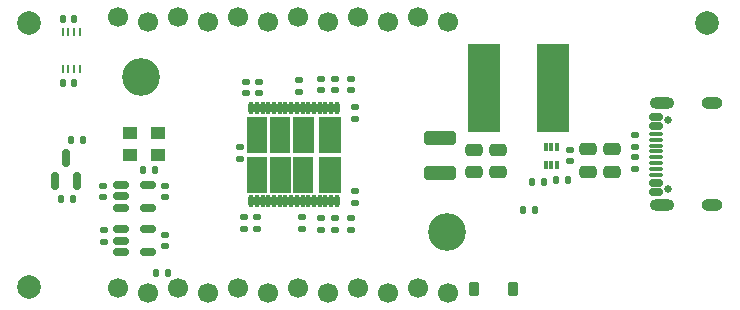
<source format=gts>
G04 #@! TF.GenerationSoftware,KiCad,Pcbnew,8.0.1-8.0.1-1~ubuntu22.04.1*
G04 #@! TF.CreationDate,2024-09-16T09:20:12+02:00*
G04 #@! TF.ProjectId,NerdNOS,4e657264-4e4f-4532-9e6b-696361645f70,rev?*
G04 #@! TF.SameCoordinates,Original*
G04 #@! TF.FileFunction,Soldermask,Top*
G04 #@! TF.FilePolarity,Negative*
%FSLAX46Y46*%
G04 Gerber Fmt 4.6, Leading zero omitted, Abs format (unit mm)*
G04 Created by KiCad (PCBNEW 8.0.1-8.0.1-1~ubuntu22.04.1) date 2024-09-16 09:20:12*
%MOMM*%
%LPD*%
G01*
G04 APERTURE LIST*
G04 Aperture macros list*
%AMRoundRect*
0 Rectangle with rounded corners*
0 $1 Rounding radius*
0 $2 $3 $4 $5 $6 $7 $8 $9 X,Y pos of 4 corners*
0 Add a 4 corners polygon primitive as box body*
4,1,4,$2,$3,$4,$5,$6,$7,$8,$9,$2,$3,0*
0 Add four circle primitives for the rounded corners*
1,1,$1+$1,$2,$3*
1,1,$1+$1,$4,$5*
1,1,$1+$1,$6,$7*
1,1,$1+$1,$8,$9*
0 Add four rect primitives between the rounded corners*
20,1,$1+$1,$2,$3,$4,$5,0*
20,1,$1+$1,$4,$5,$6,$7,0*
20,1,$1+$1,$6,$7,$8,$9,0*
20,1,$1+$1,$8,$9,$2,$3,0*%
G04 Aperture macros list end*
%ADD10C,0.010000*%
%ADD11RoundRect,0.150000X-0.512500X-0.150000X0.512500X-0.150000X0.512500X0.150000X-0.512500X0.150000X0*%
%ADD12RoundRect,0.135000X0.185000X-0.135000X0.185000X0.135000X-0.185000X0.135000X-0.185000X-0.135000X0*%
%ADD13R,2.700000X7.500000*%
%ADD14RoundRect,0.140000X0.170000X-0.140000X0.170000X0.140000X-0.170000X0.140000X-0.170000X-0.140000X0*%
%ADD15RoundRect,0.140000X-0.170000X0.140000X-0.170000X-0.140000X0.170000X-0.140000X0.170000X0.140000X0*%
%ADD16RoundRect,0.250000X-0.475000X0.250000X-0.475000X-0.250000X0.475000X-0.250000X0.475000X0.250000X0*%
%ADD17RoundRect,0.140000X0.140000X0.170000X-0.140000X0.170000X-0.140000X-0.170000X0.140000X-0.170000X0*%
%ADD18RoundRect,0.150000X0.150000X-0.587500X0.150000X0.587500X-0.150000X0.587500X-0.150000X-0.587500X0*%
%ADD19RoundRect,0.135000X-0.185000X0.135000X-0.185000X-0.135000X0.185000X-0.135000X0.185000X0.135000X0*%
%ADD20C,0.650000*%
%ADD21RoundRect,0.150000X0.425000X-0.150000X0.425000X0.150000X-0.425000X0.150000X-0.425000X-0.150000X0*%
%ADD22RoundRect,0.075000X0.500000X-0.075000X0.500000X0.075000X-0.500000X0.075000X-0.500000X-0.075000X0*%
%ADD23O,2.100000X1.000000*%
%ADD24O,1.800000X1.000000*%
%ADD25RoundRect,0.135000X0.135000X0.185000X-0.135000X0.185000X-0.135000X-0.185000X0.135000X-0.185000X0*%
%ADD26R,1.300000X1.100000*%
%ADD27RoundRect,0.250000X-1.100000X0.325000X-1.100000X-0.325000X1.100000X-0.325000X1.100000X0.325000X0*%
%ADD28C,2.000000*%
%ADD29RoundRect,0.225000X-0.225000X-0.375000X0.225000X-0.375000X0.225000X0.375000X-0.225000X0.375000X0*%
%ADD30RoundRect,0.135000X-0.135000X-0.185000X0.135000X-0.185000X0.135000X0.185000X-0.135000X0.185000X0*%
%ADD31RoundRect,0.236600X-0.000010X0.295000X-0.000010X-0.295000X0.000010X-0.295000X0.000010X0.295000X0*%
%ADD32R,0.254000X0.762000*%
%ADD33C,3.200000*%
%ADD34RoundRect,0.075000X-0.075000X0.275000X-0.075000X-0.275000X0.075000X-0.275000X0.075000X0.275000X0*%
%ADD35C,1.700000*%
G04 APERTURE END LIST*
D10*
X101955000Y-66400000D02*
X100325000Y-66400000D01*
X100325000Y-69340000D01*
X101955000Y-69340000D01*
X101955000Y-66400000D01*
G36*
X101955000Y-66400000D02*
G01*
X100325000Y-66400000D01*
X100325000Y-69340000D01*
X101955000Y-69340000D01*
X101955000Y-66400000D01*
G37*
X101965000Y-63060000D02*
X100335000Y-63060000D01*
X100335000Y-66000000D01*
X101965000Y-66000000D01*
X101965000Y-63060000D01*
G36*
X101965000Y-63060000D02*
G01*
X100335000Y-63060000D01*
X100335000Y-66000000D01*
X101965000Y-66000000D01*
X101965000Y-63060000D01*
G37*
X103915000Y-63060000D02*
X102285000Y-63060000D01*
X102285000Y-66000000D01*
X103915000Y-66000000D01*
X103915000Y-63060000D01*
G36*
X103915000Y-63060000D02*
G01*
X102285000Y-63060000D01*
X102285000Y-66000000D01*
X103915000Y-66000000D01*
X103915000Y-63060000D01*
G37*
X103925000Y-66410000D02*
X102295000Y-66410000D01*
X102295000Y-69350000D01*
X103925000Y-69350000D01*
X103925000Y-66410000D01*
G36*
X103925000Y-66410000D02*
G01*
X102295000Y-66410000D01*
X102295000Y-69350000D01*
X103925000Y-69350000D01*
X103925000Y-66410000D01*
G37*
X105865000Y-66400000D02*
X104235000Y-66400000D01*
X104235000Y-69340000D01*
X105865000Y-69340000D01*
X105865000Y-66400000D01*
G36*
X105865000Y-66400000D02*
G01*
X104235000Y-66400000D01*
X104235000Y-69340000D01*
X105865000Y-69340000D01*
X105865000Y-66400000D01*
G37*
X105870000Y-63060000D02*
X104240000Y-63060000D01*
X104240000Y-66000000D01*
X105870000Y-66000000D01*
X105870000Y-63060000D01*
G36*
X105870000Y-63060000D02*
G01*
X104240000Y-63060000D01*
X104240000Y-66000000D01*
X105870000Y-66000000D01*
X105870000Y-63060000D01*
G37*
X108220000Y-63050000D02*
X106380000Y-63050000D01*
X106380000Y-65990000D01*
X108220000Y-65990000D01*
X108220000Y-63050000D01*
G36*
X108220000Y-63050000D02*
G01*
X106380000Y-63050000D01*
X106380000Y-65990000D01*
X108220000Y-65990000D01*
X108220000Y-63050000D01*
G37*
X108220000Y-66410000D02*
X106380000Y-66410000D01*
X106380000Y-69350000D01*
X108220000Y-69350000D01*
X108220000Y-66410000D01*
G36*
X108220000Y-66410000D02*
G01*
X106380000Y-66410000D01*
X106380000Y-69350000D01*
X108220000Y-69350000D01*
X108220000Y-66410000D01*
G37*
D11*
X89662500Y-72550001D03*
X89662500Y-73500000D03*
X89662500Y-74449999D03*
X91937500Y-74449999D03*
X91937500Y-72550001D03*
D12*
X133165000Y-65550000D03*
X133165000Y-64530000D03*
D13*
X126200000Y-60600000D03*
X120400000Y-60600000D03*
D14*
X100200000Y-60980000D03*
X100200000Y-60020000D03*
D15*
X109100000Y-59820000D03*
X109100000Y-60780000D03*
D16*
X121600000Y-65800000D03*
X121600000Y-67700000D03*
D17*
X85680000Y-54750400D03*
X84720000Y-54750400D03*
D18*
X84050000Y-68404999D03*
X85950000Y-68404999D03*
X85000000Y-66529999D03*
D15*
X106600000Y-59820000D03*
X106600000Y-60780000D03*
D19*
X133165000Y-66430000D03*
X133165000Y-67450000D03*
D15*
X88200000Y-72620000D03*
X88200000Y-73580000D03*
D19*
X105000000Y-71490001D03*
X105000000Y-72509999D03*
D20*
X135985000Y-69080000D03*
X135985000Y-63300000D03*
D21*
X134910000Y-69390000D03*
X134910000Y-68590000D03*
D22*
X134910000Y-67440000D03*
X134910000Y-66440000D03*
X134910000Y-65940000D03*
X134910000Y-64940000D03*
D21*
X134910000Y-62990000D03*
X134910000Y-63790000D03*
D22*
X134910000Y-64440000D03*
X134910000Y-65440000D03*
X134910000Y-66940000D03*
X134910000Y-67940000D03*
D23*
X135485000Y-70510000D03*
D24*
X139665000Y-70510000D03*
D23*
X135485000Y-61870000D03*
D24*
X139665000Y-61870000D03*
D15*
X106600000Y-71600000D03*
X106600000Y-72560000D03*
X100100000Y-71520000D03*
X100100000Y-72480000D03*
X107800000Y-71600000D03*
X107800000Y-72560000D03*
D25*
X93610000Y-76200000D03*
X92590000Y-76200000D03*
D15*
X107800000Y-59820000D03*
X107800000Y-60780000D03*
D16*
X131200000Y-65750000D03*
X131200000Y-67650000D03*
D26*
X90445000Y-66265000D03*
X92745000Y-66265000D03*
X92745000Y-64365000D03*
X90445000Y-64365000D03*
D16*
X129200000Y-65750000D03*
X129200000Y-67650000D03*
X119500000Y-65800000D03*
X119500000Y-67700000D03*
D17*
X92495000Y-67515000D03*
X91535000Y-67515000D03*
D27*
X116700000Y-64825000D03*
X116700000Y-67775000D03*
D15*
X93362500Y-68870001D03*
X93362500Y-69830001D03*
D28*
X139300000Y-55100000D03*
D17*
X85680000Y-60150400D03*
X84720000Y-60150400D03*
D29*
X119550000Y-77600000D03*
X122850000Y-77600000D03*
D14*
X101300000Y-60980000D03*
X101300000Y-60020000D03*
D30*
X85390000Y-65000000D03*
X86410000Y-65000000D03*
D25*
X125500000Y-68500000D03*
X124480000Y-68500000D03*
D31*
X107900000Y-62265400D03*
X107420000Y-62265400D03*
X106940000Y-62265400D03*
X106460000Y-62265400D03*
X105980000Y-62265400D03*
X105500000Y-62265400D03*
X105020000Y-62265400D03*
X104540000Y-62265400D03*
X104060000Y-62265400D03*
X103580000Y-62265400D03*
X103100000Y-62265400D03*
X102620000Y-62265400D03*
X102140000Y-62265400D03*
X101660000Y-62265400D03*
X101180000Y-62265400D03*
X100700000Y-62265400D03*
X100700000Y-70134600D03*
X101180000Y-70134600D03*
X101660000Y-70134600D03*
X102140000Y-70134600D03*
X102620000Y-70134600D03*
X103100000Y-70134600D03*
X103580000Y-70134600D03*
X104060000Y-70134600D03*
X104540000Y-70134600D03*
X105020000Y-70134600D03*
X105500000Y-70134600D03*
X105980000Y-70134600D03*
X106460000Y-70134600D03*
X106940000Y-70134600D03*
X107420000Y-70134600D03*
X107900000Y-70134600D03*
D32*
X86200252Y-55850400D03*
X85700126Y-55850400D03*
X85200000Y-55850400D03*
X84699874Y-55850400D03*
X84699874Y-59000000D03*
X85200000Y-59000000D03*
X85700126Y-59000000D03*
X86200252Y-59000000D03*
D15*
X88162500Y-68870001D03*
X88162500Y-69830001D03*
X93400000Y-73020000D03*
X93400000Y-73980000D03*
D33*
X117230000Y-72760000D03*
X91370000Y-59640000D03*
D15*
X109100000Y-71600000D03*
X109100000Y-72560000D03*
D28*
X81900000Y-77400000D03*
D19*
X104700000Y-59890000D03*
X104700000Y-60910000D03*
D15*
X109500000Y-69320000D03*
X109500000Y-70280000D03*
D19*
X99700000Y-65590000D03*
X99700000Y-66610000D03*
D11*
X89625000Y-68800002D03*
X89625000Y-69750001D03*
X89625000Y-70700000D03*
X91900000Y-70700000D03*
X91900000Y-68800002D03*
D25*
X127510000Y-68400000D03*
X126490000Y-68400000D03*
D15*
X109500000Y-62220000D03*
X109500000Y-63180000D03*
X101200000Y-71520000D03*
X101200000Y-72480000D03*
D34*
X126600000Y-65550000D03*
X126100000Y-65550000D03*
X125600000Y-65550000D03*
X125600000Y-67050000D03*
X126100000Y-67050000D03*
X126600000Y-67050000D03*
D28*
X81900000Y-55100000D03*
D15*
X127700000Y-65820000D03*
X127700000Y-66780000D03*
D25*
X85610000Y-69967499D03*
X84590000Y-69967499D03*
D30*
X123680000Y-70880000D03*
X124700000Y-70880000D03*
D35*
X89440000Y-77490000D03*
X91980000Y-77890000D03*
X94520000Y-77490000D03*
X97060000Y-77890000D03*
X99600000Y-77490000D03*
X102140000Y-77890000D03*
X104680000Y-77490000D03*
X107220000Y-77890000D03*
X109760000Y-77490000D03*
X112300000Y-77890000D03*
X114840000Y-77490000D03*
X117380000Y-77890000D03*
X117380000Y-54970000D03*
X114840000Y-54570000D03*
X112300000Y-54970000D03*
X109760000Y-54570000D03*
X107220000Y-54970000D03*
X104680000Y-54570000D03*
X102140000Y-54970000D03*
X99600000Y-54570000D03*
X97060000Y-54970000D03*
X94520000Y-54570000D03*
X91980000Y-54970000D03*
X89440000Y-54570000D03*
M02*

</source>
